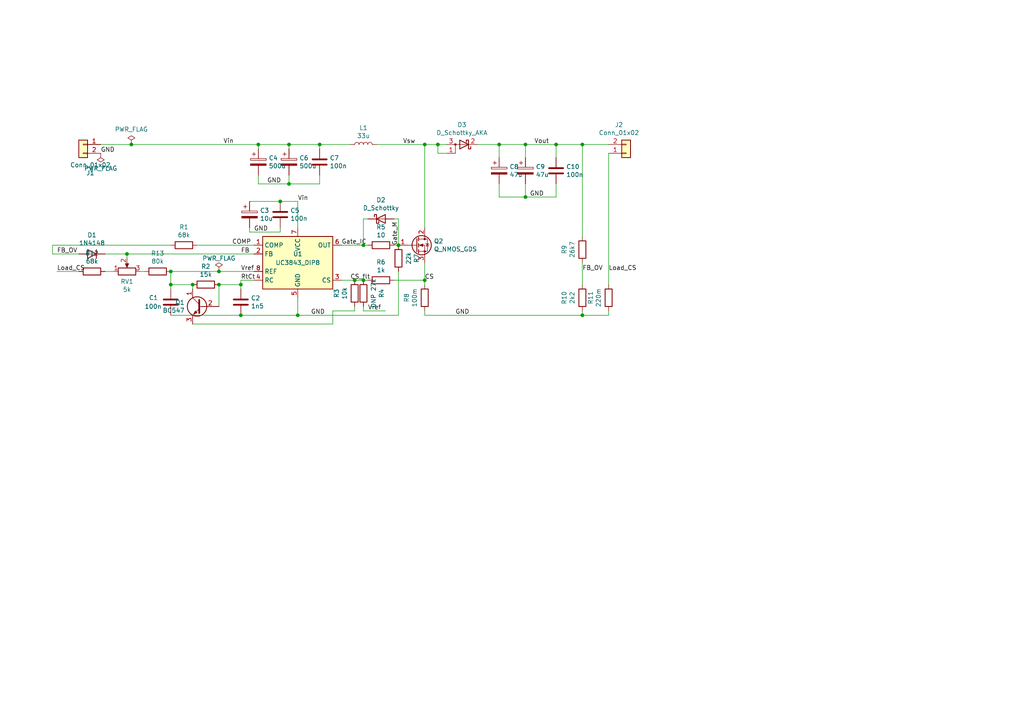
<source format=kicad_sch>
(kicad_sch (version 20211123) (generator eeschema)
  (paper "A4")
  (lib_symbols
    (symbol "Connector_Generic:Conn_01x02" (pin_names (offset 1.016) hide)
      (property "Reference" "J" (at 0 2.54 0))
      (property "Value" "Conn_01x02" (at 0 -5.08 0))
      (symbol "Conn_01x02_1_1"
        (rectangle (start -1.27 -2.413) (end 0 -2.667) (stroke (width 0.1524)))
        (rectangle (start -1.27 0.127) (end 0 -0.127) (stroke (width 0.1524)))
        (rectangle (start -1.27 1.27) (end 1.27 -3.81) (stroke (width 0.254)) (fill (type background)))
        (pin passive line (at -5.08 0 0) (length 3.81) (name "Pin_1") (number "1"))
        (pin passive line (at -5.08 -2.54 0) (length 3.81) (name "Pin_2") (number "2"))
      )
    )
    (symbol "Device:C" (pin_numbers hide) (pin_names (offset 0.254))
      (property "Reference" "C" (at 0.635 2.54 0))
      (property "Value" "C" (at 0.635 -2.54 0))
      (symbol "C_0_1"
        (polyline (pts (xy -2.032 -0.762) (xy 2.032 -0.762)) (stroke (width 0.508)))
        (polyline (pts (xy -2.032 0.762) (xy 2.032 0.762)) (stroke (width 0.508)))
      )
      (symbol "C_1_1"
        (pin passive line (at 0 3.81 270) (length 2.794) (name "~") (number "1"))
        (pin passive line (at 0 -3.81 90) (length 2.794) (name "~") (number "2"))
      )
    )
    (symbol "Device:D_Schottky" (pin_numbers hide) (pin_names (offset 1.016) hide)
      (property "Reference" "D" (at 0 2.54 0))
      (property "Value" "D_Schottky" (at 0 -2.54 0))
      (symbol "D_Schottky_0_1"
        (polyline (pts (xy 1.27 0) (xy -1.27 0)))
        (polyline (pts (xy 1.27 1.27) (xy 1.27 -1.27) (xy -1.27 0) (xy 1.27 1.27)) (stroke (width 0.254)))
        (polyline (pts (xy -1.905 0.635) (xy -1.905 1.27) (xy -1.27 1.27) (xy -1.27 -1.27) (xy -0.635 -1.27) (xy -0.635 -0.635)) (stroke (width 0.254)))
      )
      (symbol "D_Schottky_1_1"
        (pin passive line (at -3.81 0 0) (length 2.54) (name "K") (number "1"))
        (pin passive line (at 3.81 0 180) (length 2.54) (name "A") (number "2"))
      )
    )
    (symbol "Device:D_Schottky_AKA" (pin_names (offset 0) hide)
      (property "Reference" "D" (at 0 2.54 0))
      (property "Value" "D_Schottky_AKA" (at 0 -2.54 0))
      (symbol "D_Schottky_AKA_0_1"
        (polyline (pts (xy 1.27 1.27) (xy 1.27 -1.27) (xy -1.27 0) (xy 1.27 1.27)) (stroke (width 0.254)))
        (polyline (pts (xy 3.81 2.54) (xy 2.54 2.54) (xy 2.54 0) (xy -1.27 0)))
        (polyline (pts (xy -1.905 0.635) (xy -1.905 1.27) (xy -1.27 1.27) (xy -1.27 -1.27) (xy -0.635 -1.27) (xy -0.635 -0.635)) (stroke (width 0.254)))
        (circle (center 2.54 0) (radius 0.254) (fill (type outline)))
      )
      (symbol "D_Schottky_AKA_1_1"
        (pin input line (at 5.08 2.54 180) (length 2.54) (name "A") (number "1"))
        (pin passive line (at -3.81 0 0) (length 2.54) (name "K") (number "2"))
        (pin passive line (at 5.08 0 180) (length 2.54) (name "A") (number "3"))
      )
    )
    (symbol "Device:L" (pin_numbers hide) (pin_names (offset 1.016) hide)
      (property "Reference" "L" (at -1.27 0 90))
      (property "Value" "L" (at 1.905 0 90))
      (symbol "L_0_1"
        (arc (start 0 -2.54) (mid 0.635 -1.905) (end 0 -1.27))
        (arc (start 0 -1.27) (mid 0.635 -0.635) (end 0 0))
        (arc (start 0 0) (mid 0.635 0.635) (end 0 1.27))
        (arc (start 0 1.27) (mid 0.635 1.905) (end 0 2.54))
      )
      (symbol "L_1_1"
        (pin passive line (at 0 3.81 270) (length 1.27) (name "1") (number "1"))
        (pin passive line (at 0 -3.81 90) (length 1.27) (name "2") (number "2"))
      )
    )
    (symbol "Device:Q_NMOS_GDS" (pin_names (offset 0) hide)
      (property "Reference" "Q" (at 5.08 1.27 0))
      (property "Value" "Q_NMOS_GDS" (at 5.08 -1.27 0))
      (symbol "Q_NMOS_GDS_0_1"
        (polyline (pts (xy 0.254 0) (xy -2.54 0)))
        (polyline (pts (xy 0.254 1.905) (xy 0.254 -1.905)) (stroke (width 0.254)))
        (polyline (pts (xy 0.762 -1.27) (xy 0.762 -2.286)) (stroke (width 0.254)))
        (polyline (pts (xy 0.762 0.508) (xy 0.762 -0.508)) (stroke (width 0.254)))
        (polyline (pts (xy 0.762 2.286) (xy 0.762 1.27)) (stroke (width 0.254)))
        (polyline (pts (xy 2.54 2.54) (xy 2.54 1.778)))
        (polyline (pts (xy 2.54 -2.54) (xy 2.54 0) (xy 0.762 0)))
        (polyline (pts (xy 0.762 -1.778) (xy 3.302 -1.778) (xy 3.302 1.778) (xy 0.762 1.778)))
        (polyline (pts (xy 1.016 0) (xy 2.032 0.381) (xy 2.032 -0.381) (xy 1.016 0)) (fill (type outline)))
        (polyline (pts (xy 2.794 0.508) (xy 2.921 0.381) (xy 3.683 0.381) (xy 3.81 0.254)))
        (polyline (pts (xy 3.302 0.381) (xy 2.921 -0.254) (xy 3.683 -0.254) (xy 3.302 0.381)))
        (circle (center 1.651 0) (radius 2.794) (stroke (width 0.254)))
        (circle (center 2.54 -1.778) (radius 0.254) (fill (type outline)))
        (circle (center 2.54 1.778) (radius 0.254) (fill (type outline)))
      )
      (symbol "Q_NMOS_GDS_1_1"
        (pin input line (at -5.08 0 0) (length 2.54) (name "G") (number "1"))
        (pin passive line (at 2.54 5.08 270) (length 2.54) (name "D") (number "2"))
        (pin passive line (at 2.54 -5.08 90) (length 2.54) (name "S") (number "3"))
      )
    )
    (symbol "Device:R" (pin_numbers hide) (pin_names (offset 0))
      (property "Reference" "R" (at 2.032 0 90))
      (property "Value" "R" (at 0 0 90))
      (symbol "R_0_1"
        (rectangle (start -1.016 -2.54) (end 1.016 2.54) (stroke (width 0.254)))
      )
      (symbol "R_1_1"
        (pin passive line (at 0 3.81 270) (length 1.27) (name "~") (number "1"))
        (pin passive line (at 0 -3.81 90) (length 1.27) (name "~") (number "2"))
      )
    )
    (symbol "Diode:1N4148" (pin_numbers hide) (pin_names (offset 1.016) hide)
      (property "Reference" "D" (at 0 2.54 0))
      (property "Value" "1N4148" (at 0 -2.54 0))
      (symbol "1N4148_0_1"
        (polyline (pts (xy -1.27 1.27) (xy -1.27 -1.27)) (stroke (width 0.254)))
        (polyline (pts (xy 1.27 0) (xy -1.27 0)))
        (polyline (pts (xy 1.27 1.27) (xy 1.27 -1.27) (xy -1.27 0) (xy 1.27 1.27)) (stroke (width 0.254)))
      )
      (symbol "1N4148_1_1"
        (pin passive line (at -3.81 0 0) (length 2.54) (name "K") (number "1"))
        (pin passive line (at 3.81 0 180) (length 2.54) (name "A") (number "2"))
      )
    )
    (symbol "Transistor_BJT:BC547" (pin_names (offset 0) hide)
      (property "Reference" "Q" (at 5.08 1.905 0))
      (property "Value" "BC547" (at 5.08 0 0))
      (symbol "BC547_0_1"
        (polyline (pts (xy 0 0) (xy 0.635 0)))
        (polyline (pts (xy 0.635 0.635) (xy 2.54 2.54)))
        (polyline (pts (xy 0.635 -0.635) (xy 2.54 -2.54) (xy 2.54 -2.54)))
        (polyline (pts (xy 0.635 1.905) (xy 0.635 -1.905) (xy 0.635 -1.905)) (stroke (width 0.508)))
        (polyline (pts (xy 1.27 -1.778) (xy 1.778 -1.27) (xy 2.286 -2.286) (xy 1.27 -1.778) (xy 1.27 -1.778)) (fill (type outline)))
        (circle (center 1.27 0) (radius 2.8194) (stroke (width 0.254)))
      )
      (symbol "BC547_1_1"
        (pin passive line (at 2.54 5.08 270) (length 2.54) (name "C") (number "1"))
        (pin input line (at -5.08 0 0) (length 5.08) (name "B") (number "2"))
        (pin passive line (at 2.54 -5.08 90) (length 2.54) (name "E") (number "3"))
      )
    )
    (symbol "led_boost-rescue:CP-Device" (pin_numbers hide) (pin_names (offset 0.254))
      (property "Reference" "C" (at 0.635 2.54 0))
      (property "Value" "CP-Device" (at 0.635 -2.54 0))
      (symbol "CP-Device_0_1"
        (rectangle (start -2.286 0.508) (end 2.286 1.016))
        (polyline (pts (xy -1.778 2.286) (xy -0.762 2.286)))
        (polyline (pts (xy -1.27 2.794) (xy -1.27 1.778)))
        (rectangle (start 2.286 -0.508) (end -2.286 -1.016) (fill (type outline)))
      )
      (symbol "CP-Device_1_1"
        (pin passive line (at 0 3.81 270) (length 2.794) (name "~") (number "1"))
        (pin passive line (at 0 -3.81 90) (length 2.794) (name "~") (number "2"))
      )
    )
    (symbol "led_boost-rescue:R_POT-Device" (pin_names (offset 1.016) hide)
      (property "Reference" "RV" (at -4.445 0 90))
      (property "Value" "R_POT-Device" (at -2.54 0 90))
      (symbol "R_POT-Device_0_1"
        (polyline (pts (xy 2.54 0) (xy 1.524 0)))
        (polyline (pts (xy 1.143 0) (xy 2.286 0.508) (xy 2.286 -0.508) (xy 1.143 0)) (fill (type outline)))
        (rectangle (start 1.016 2.54) (end -1.016 -2.54) (stroke (width 0.254)))
      )
      (symbol "R_POT-Device_1_1"
        (pin passive line (at 0 3.81 270) (length 1.27) (name "1") (number "1"))
        (pin passive line (at 3.81 0 180) (length 1.27) (name "2") (number "2"))
        (pin passive line (at 0 -3.81 90) (length 1.27) (name "3") (number "3"))
      )
    )
    (symbol "led_boost-rescue:UC3843_DIP8-Regulator_Controller"
      (property "Reference" "U" (at 3.81 11.43 0))
      (property "Value" "UC3843_DIP8-Regulator_Controller" (at 3.81 8.89 0))
      (symbol "UC3843_DIP8-Regulator_Controller_0_1"
        (rectangle (start -10.16 -7.62) (end 10.16 7.62) (stroke (width 0.254)) (fill (type background)))
      )
      (symbol "UC3843_DIP8-Regulator_Controller_1_1"
        (pin passive line (at -12.7 5.08 0) (length 2.54) (name "COMP") (number "1"))
        (pin input line (at -12.7 2.54 0) (length 2.54) (name "FB") (number "2"))
        (pin input line (at 12.7 -5.08 180) (length 2.54) (name "CS") (number "3"))
        (pin passive line (at -12.7 -5.08 0) (length 2.54) (name "RC") (number "4"))
        (pin power_in line (at 0 -10.16 90) (length 2.54) (name "GND") (number "5"))
        (pin output line (at 12.7 5.08 180) (length 2.54) (name "OUT") (number "6"))
        (pin power_in line (at 0 10.16 270) (length 2.54) (name "VCC") (number "7"))
        (pin power_in line (at -12.7 -2.54 0) (length 2.54) (name "REF") (number "8"))
      )
    )
    (symbol "power:PWR_FLAG" (power) (pin_numbers hide) (pin_names (offset 0) hide)
      (property "Value" "PWR_FLAG" (at 0 3.81 0))
      (symbol "PWR_FLAG_0_0"
        (pin power_out line (at 0 0 90) (length 0) (name "pwr") (number "1"))
      )
      (symbol "PWR_FLAG_0_1"
        (polyline (pts (xy 0 0) (xy 0 1.27) (xy -1.016 1.905) (xy 0 2.54) (xy 1.016 1.905) (xy 0 1.27)))
      )
    )
  )
  (junction (at 69.85 91.44))
  (junction (at 105.41 71.12))
  (junction (at 49.53 78.74))
  (junction (at 83.82 41.91))
  (junction (at 105.41 81.28))
  (junction (at 127 41.91))
  (junction (at 123.19 41.91))
  (junction (at 161.29 41.91))
  (junction (at 168.91 91.44))
  (junction (at 83.82 53.34))
  (junction (at 168.91 41.91))
  (junction (at 81.28 58.42))
  (junction (at 55.88 82.55))
  (junction (at 86.36 91.44))
  (junction (at 63.5 82.55))
  (junction (at 63.5 78.74))
  (junction (at 69.85 82.55))
  (junction (at 38.1 41.91))
  (junction (at 123.19 81.28))
  (junction (at 74.93 41.91))
  (junction (at 102.87 81.28))
  (junction (at 144.78 41.91))
  (junction (at 92.71 41.91))
  (junction (at 152.4 57.15))
  (junction (at 36.83 73.66))
  (junction (at 152.4 41.91))
  (junction (at 115.57 71.12))
  (junction (at 49.53 82.55))
  (wire (pts (xy 36.83 74.93) (xy 36.83 73.66)))
  (wire (pts (xy 74.93 41.91) (xy 83.82 41.91)))
  (wire (pts (xy 73.66 78.74) (xy 63.5 78.74)))
  (wire (pts (xy 109.22 41.91) (xy 123.19 41.91)))
  (wire (pts (xy 69.85 82.55) (xy 69.85 81.28)))
  (wire (pts (xy 105.41 90.17) (xy 111.76 90.17)))
  (wire (pts (xy 105.41 71.12) (xy 105.41 63.5)))
  (wire (pts (xy 161.29 57.15) (xy 161.29 53.34)))
  (wire (pts (xy 92.71 41.91) (xy 101.6 41.91)))
  (wire (pts (xy 114.3 71.12) (xy 115.57 71.12)))
  (wire (pts (xy 15.24 73.66) (xy 15.24 71.12)))
  (wire (pts (xy 81.28 66.04) (xy 81.28 67.31)))
  (wire (pts (xy 83.82 43.18) (xy 83.82 41.91)))
  (wire (pts (xy 55.88 93.98) (xy 96.52 93.98)))
  (wire (pts (xy 86.36 91.44) (xy 115.57 91.44)))
  (wire (pts (xy 55.88 83.82) (xy 55.88 82.55)))
  (wire (pts (xy 49.53 82.55) (xy 49.53 83.82)))
  (wire (pts (xy 168.91 90.17) (xy 168.91 91.44)))
  (wire (pts (xy 115.57 78.74) (xy 115.57 91.44)))
  (wire (pts (xy 33.02 78.74) (xy 30.48 78.74)))
  (wire (pts (xy 83.82 41.91) (xy 92.71 41.91)))
  (wire (pts (xy 15.24 71.12) (xy 49.53 71.12)))
  (wire (pts (xy 105.41 81.28) (xy 106.68 81.28)))
  (wire (pts (xy 63.5 78.74) (xy 49.53 78.74)))
  (wire (pts (xy 30.48 73.66) (xy 36.83 73.66)))
  (wire (pts (xy 92.71 53.34) (xy 83.82 53.34)))
  (wire (pts (xy 63.5 88.9) (xy 63.5 82.55)))
  (wire (pts (xy 105.41 71.12) (xy 106.68 71.12)))
  (wire (pts (xy 168.91 41.91) (xy 176.53 41.91)))
  (wire (pts (xy 152.4 57.15) (xy 161.29 57.15)))
  (wire (pts (xy 81.28 67.31) (xy 72.39 67.31)))
  (wire (pts (xy 99.06 81.28) (xy 102.87 81.28)))
  (wire (pts (xy 22.86 78.74) (xy 16.51 78.74)))
  (wire (pts (xy 123.19 90.17) (xy 123.19 91.44)))
  (wire (pts (xy 123.19 91.44) (xy 168.91 91.44)))
  (wire (pts (xy 69.85 81.28) (xy 73.66 81.28)))
  (wire (pts (xy 144.78 53.34) (xy 144.78 57.15)))
  (wire (pts (xy 129.54 44.45) (xy 127 44.45)))
  (wire (pts (xy 40.64 78.74) (xy 41.91 78.74)))
  (wire (pts (xy 92.71 43.18) (xy 92.71 41.91)))
  (wire (pts (xy 69.85 82.55) (xy 69.85 83.82)))
  (wire (pts (xy 115.57 63.5) (xy 115.57 71.12)))
  (wire (pts (xy 72.39 58.42) (xy 81.28 58.42)))
  (wire (pts (xy 176.53 90.17) (xy 176.53 91.44)))
  (wire (pts (xy 74.93 43.18) (xy 74.93 41.91)))
  (wire (pts (xy 144.78 45.72) (xy 144.78 41.91)))
  (wire (pts (xy 72.39 66.04) (xy 72.39 67.31)))
  (wire (pts (xy 102.87 88.9) (xy 102.87 90.17)))
  (wire (pts (xy 92.71 50.8) (xy 92.71 53.34)))
  (wire (pts (xy 105.41 88.9) (xy 105.41 90.17)))
  (wire (pts (xy 123.19 41.91) (xy 127 41.91)))
  (wire (pts (xy 168.91 68.58) (xy 168.91 41.91)))
  (wire (pts (xy 123.19 81.28) (xy 114.3 81.28)))
  (wire (pts (xy 74.93 50.8) (xy 74.93 53.34)))
  (wire (pts (xy 29.21 41.91) (xy 38.1 41.91)))
  (wire (pts (xy 69.85 91.44) (xy 49.53 91.44)))
  (wire (pts (xy 176.53 44.45) (xy 176.53 82.55)))
  (wire (pts (xy 161.29 45.72) (xy 161.29 41.91)))
  (wire (pts (xy 127 41.91) (xy 129.54 41.91)))
  (wire (pts (xy 123.19 81.28) (xy 123.19 76.2)))
  (wire (pts (xy 105.41 63.5) (xy 106.68 63.5)))
  (wire (pts (xy 161.29 41.91) (xy 168.91 41.91)))
  (wire (pts (xy 123.19 82.55) (xy 123.19 81.28)))
  (wire (pts (xy 102.87 90.17) (xy 96.52 90.17)))
  (wire (pts (xy 49.53 78.74) (xy 49.53 82.55)))
  (wire (pts (xy 55.88 82.55) (xy 49.53 82.55)))
  (wire (pts (xy 63.5 82.55) (xy 69.85 82.55)))
  (wire (pts (xy 168.91 91.44) (xy 176.53 91.44)))
  (wire (pts (xy 152.4 45.72) (xy 152.4 41.91)))
  (wire (pts (xy 38.1 41.91) (xy 74.93 41.91)))
  (wire (pts (xy 152.4 53.34) (xy 152.4 57.15)))
  (wire (pts (xy 15.24 73.66) (xy 22.86 73.66)))
  (wire (pts (xy 168.91 76.2) (xy 168.91 82.55)))
  (wire (pts (xy 161.29 41.91) (xy 152.4 41.91)))
  (wire (pts (xy 123.19 41.91) (xy 123.19 66.04)))
  (wire (pts (xy 102.87 81.28) (xy 105.41 81.28)))
  (wire (pts (xy 152.4 41.91) (xy 144.78 41.91)))
  (wire (pts (xy 83.82 53.34) (xy 74.93 53.34)))
  (wire (pts (xy 114.3 63.5) (xy 115.57 63.5)))
  (wire (pts (xy 86.36 58.42) (xy 86.36 66.04)))
  (wire (pts (xy 86.36 91.44) (xy 86.36 86.36)))
  (wire (pts (xy 144.78 41.91) (xy 138.43 41.91)))
  (wire (pts (xy 127 44.45) (xy 127 41.91)))
  (wire (pts (xy 86.36 91.44) (xy 69.85 91.44)))
  (wire (pts (xy 144.78 57.15) (xy 152.4 57.15)))
  (wire (pts (xy 36.83 73.66) (xy 73.66 73.66)))
  (wire (pts (xy 81.28 58.42) (xy 86.36 58.42)))
  (wire (pts (xy 83.82 50.8) (xy 83.82 53.34)))
  (wire (pts (xy 99.06 71.12) (xy 105.41 71.12)))
  (wire (pts (xy 96.52 93.98) (xy 96.52 90.17)))
  (wire (pts (xy 73.66 71.12) (xy 57.15 71.12)))
  (label "GND" (at 132.08 91.44 0))
  (label "Vin" (at 86.36 58.42 0))
  (label "CS_flt" (at 101.6 81.28 0))
  (label "GND" (at 29.21 44.45 0))
  (label "FB_OV" (at 168.91 78.74 0))
  (label "GND" (at 73.66 67.31 0))
  (label "FB" (at 69.85 73.66 0))
  (label "Vref" (at 106.68 90.17 0))
  (label "Vin" (at 64.77 41.91 0))
  (label "CS" (at 123.19 81.28 0))
  (label "COMP" (at 67.31 71.12 0))
  (label "GND" (at 90.17 91.44 0))
  (label "Vref" (at 69.85 78.74 0))
  (label "GND" (at 77.47 53.34 0))
  (label "GND" (at 153.67 57.15 0))
  (label "Gate_M" (at 115.57 71.12 90))
  (label "Load_CS" (at 176.53 78.74 0))
  (label "RtCt" (at 69.85 81.28 0))
  (label "Gate_IC" (at 99.06 71.12 0))
  (label "Vsw" (at 116.84 41.91 0))
  (label "Load_CS" (at 16.51 78.74 0))
  (label "FB_OV" (at 16.51 73.66 0))
  (label "Vout" (at 154.94 41.91 0))
  (symbol (lib_id "led_boost-rescue:UC3843_DIP8-Regulator_Controller") (at 86.36 76.2 0) (unit 1)
    (property "Reference" "U1" (at 86.36 73.66 0))
    (property "Value" "UC3843_DIP8" (at 86.36 76.2 0))
    (property "Footprint" "Package_DIP:DIP-8_W7.62mm" (effects hide))
    (property "Datasheet" "http://www.ti.com/lit/ds/symlink/uc3842.pdf" (effects hide))
  )
  (symbol (lib_id "Connector_Generic:Conn_01x02") (at 24.13 41.91 0) (mirror y) (unit 1)
    (property "Reference" "J1" (at 26.2128 50.165 0))
    (property "Value" "Conn_01x02" (at 26.2128 47.8536 0))
    (property "Footprint" "Connector_TE-Connectivity:TE_826576-2_1x02_P3.96mm_Vertical" (effects hide))
  )
  (symbol (lib_id "Connector_Generic:Conn_01x02") (at 181.61 44.45 0) (mirror x) (unit 1)
    (property "Reference" "J2" (at 179.5272 36.195 0))
    (property "Value" "Conn_01x02" (at 179.5272 38.5064 0))
    (property "Footprint" "Connector_TE-Connectivity:TE_826576-2_1x02_P3.96mm_Vertical" (effects hide))
  )
  (symbol (lib_id "Device:D_Schottky_AKA") (at 134.62 41.91 180) (unit 1)
    (property "Reference" "D3" (at 133.985 36.195 0))
    (property "Value" "D_Schottky_AKA" (at 133.985 38.5064 0))
    (property "Footprint" "Package_TO_SOT_THT:TO-220-3_Vertical" (effects hide))
  )
  (symbol (lib_id "Device:Q_NMOS_GDS") (at 120.65 71.12 0) (unit 1)
    (property "Reference" "Q2" (at 125.8316 69.9516 0) (effects (justify left)))
    (property "Value" "Q_NMOS_GDS" (at 125.8316 72.263 0) (effects (justify left)))
    (property "Footprint" "Package_TO_SOT_THT:TO-220-3_Vertical" (effects hide))
  )
  (symbol (lib_id "Device:R") (at 110.49 71.12 270) (unit 1)
    (property "Reference" "R5" (at 110.49 65.8622 90))
    (property "Value" "10" (at 110.49 68.1736 90))
    (property "Footprint" "Resistor_THT:R_Axial_DIN0207_L6.3mm_D2.5mm_P10.16mm_Horizontal" (effects hide))
  )
  (symbol (lib_id "Device:R") (at 123.19 86.36 0) (unit 1)
    (property "Reference" "R8" (at 117.9322 86.36 90))
    (property "Value" "100m" (at 120.2436 86.36 90))
    (property "Footprint" "Resistor_SMD:R_Shunt_Vishay_WSR2_WSR3_KelvinConnection" (effects hide))
  )
  (symbol (lib_id "Device:R") (at 110.49 81.28 270) (unit 1)
    (property "Reference" "R6" (at 110.49 76.0222 90))
    (property "Value" "1k" (at 110.49 78.3336 90))
    (property "Footprint" "Resistor_THT:R_Axial_DIN0207_L6.3mm_D2.5mm_P10.16mm_Horizontal" (effects hide))
  )
  (symbol (lib_id "Device:L") (at 105.41 41.91 90) (unit 1)
    (property "Reference" "L1" (at 105.41 37.084 90))
    (property "Value" "33u" (at 105.41 39.3954 90))
    (property "Footprint" "Inductor_THT:L_Radial_D12.5mm_P7.00mm_Fastron_09HCP" (effects hide))
  )
  (symbol (lib_id "led_boost-rescue:CP-Device") (at 83.82 46.99 0) (unit 1)
    (property "Reference" "C6" (at 86.8172 45.8216 0) (effects (justify left)))
    (property "Value" "500u" (at 86.8172 48.133 0) (effects (justify left)))
    (property "Footprint" "Capacitor_THT:CP_Radial_D13.0mm_P7.50mm" (effects hide))
  )
  (symbol (lib_id "led_boost-rescue:CP-Device") (at 74.93 46.99 0) (unit 1)
    (property "Reference" "C4" (at 77.9272 45.8216 0) (effects (justify left)))
    (property "Value" "500u" (at 77.9272 48.133 0) (effects (justify left)))
    (property "Footprint" "Capacitor_THT:CP_Radial_D13.0mm_P7.50mm" (effects hide))
  )
  (symbol (lib_id "led_boost-rescue:CP-Device") (at 72.39 62.23 0) (unit 1)
    (property "Reference" "C3" (at 75.3872 61.0616 0) (effects (justify left)))
    (property "Value" "10u" (at 75.3872 63.373 0) (effects (justify left)))
    (property "Footprint" "Capacitor_THT:CP_Radial_D10.0mm_P5.00mm" (effects hide))
  )
  (symbol (lib_id "led_boost-rescue:CP-Device") (at 144.78 49.53 0) (unit 1)
    (property "Reference" "C8" (at 147.7772 48.3616 0) (effects (justify left)))
    (property "Value" "47u" (at 147.7772 50.673 0) (effects (justify left)))
    (property "Footprint" "Capacitor_THT:CP_Radial_D10.0mm_P5.00mm" (effects hide))
  )
  (symbol (lib_id "led_boost-rescue:CP-Device") (at 152.4 49.53 0) (unit 1)
    (property "Reference" "C9" (at 155.3972 48.3616 0) (effects (justify left)))
    (property "Value" "47u" (at 155.3972 50.673 0) (effects (justify left)))
    (property "Footprint" "Capacitor_THT:CP_Radial_D10.0mm_P5.00mm" (effects hide))
  )
  (symbol (lib_id "Device:C") (at 81.28 62.23 0) (unit 1)
    (property "Reference" "C5" (at 84.201 61.0616 0) (effects (justify left)))
    (property "Value" "100n" (at 84.201 63.373 0) (effects (justify left)))
    (property "Footprint" "Capacitor_THT:C_Disc_D5.0mm_W2.5mm_P5.00mm" (effects hide))
  )
  (symbol (lib_id "Device:C") (at 92.71 46.99 0) (unit 1)
    (property "Reference" "C7" (at 95.631 45.8216 0) (effects (justify left)))
    (property "Value" "100n" (at 95.631 48.133 0) (effects (justify left)))
    (property "Footprint" "Capacitor_THT:C_Disc_D5.0mm_W2.5mm_P5.00mm" (effects hide))
  )
  (symbol (lib_id "Device:C") (at 161.29 49.53 0) (unit 1)
    (property "Reference" "C10" (at 164.211 48.3616 0) (effects (justify left)))
    (property "Value" "100n" (at 164.211 50.673 0) (effects (justify left)))
    (property "Footprint" "Capacitor_THT:C_Disc_D5.0mm_W2.5mm_P5.00mm" (effects hide))
  )
  (symbol (lib_id "Device:C") (at 49.53 87.63 0) (unit 1)
    (property "Reference" "C1" (at 43.18 86.36 0) (effects (justify left)))
    (property "Value" "100n" (at 41.91 88.9 0) (effects (justify left)))
    (property "Footprint" "Capacitor_THT:C_Disc_D5.0mm_W2.5mm_P5.00mm" (effects hide))
  )
  (symbol (lib_id "Device:C") (at 69.85 87.63 0) (unit 1)
    (property "Reference" "C2" (at 72.771 86.4616 0) (effects (justify left)))
    (property "Value" "1n5" (at 72.771 88.773 0) (effects (justify left)))
    (property "Footprint" "Capacitor_THT:C_Disc_D5.0mm_W2.5mm_P5.00mm" (effects hide))
  )
  (symbol (lib_id "Device:R") (at 59.69 82.55 270) (unit 1)
    (property "Reference" "R2" (at 59.69 77.2922 90))
    (property "Value" "15k" (at 59.69 79.6036 90))
    (property "Footprint" "Resistor_THT:R_Axial_DIN0207_L6.3mm_D2.5mm_P10.16mm_Horizontal" (effects hide))
  )
  (symbol (lib_id "Device:R") (at 53.34 71.12 270) (unit 1)
    (property "Reference" "R1" (at 53.34 65.8622 90))
    (property "Value" "68k" (at 53.34 68.1736 90))
    (property "Footprint" "Resistor_THT:R_Axial_DIN0207_L6.3mm_D2.5mm_P10.16mm_Horizontal" (effects hide))
  )
  (symbol (lib_id "Diode:1N4148") (at 26.67 73.66 180) (unit 1)
    (property "Reference" "D1" (at 26.67 68.1736 0))
    (property "Value" "1N4148" (at 26.67 70.485 0))
    (property "Footprint" "Diode_THT:D_DO-35_SOD27_P7.62mm_Horizontal" (effects hide))
    (property "Datasheet" "https://assets.nexperia.com/documents/data-sheet/1N4148_1N4448.pdf" (effects hide))
  )
  (symbol (lib_id "led_boost-rescue:R_POT-Device") (at 36.83 78.74 90) (unit 1)
    (property "Reference" "RV1" (at 36.83 81.661 90))
    (property "Value" "5k" (at 36.83 83.9724 90))
    (property "Footprint" "Potentiometer_THT:Potentiometer_Bourns_3296X_Horizontal" (effects hide))
  )
  (symbol (lib_id "Device:R") (at 176.53 86.36 0) (unit 1)
    (property "Reference" "R11" (at 171.2722 86.36 90))
    (property "Value" "220m" (at 173.5836 86.36 90))
    (property "Footprint" "Resistor_THT:R_Radial_Power_L7.0mm_W8.0mm_Px2.40mm_Py2.30mm" (effects hide))
  )
  (symbol (lib_id "Device:R") (at 168.91 86.36 0) (unit 1)
    (property "Reference" "R10" (at 163.6522 86.36 90))
    (property "Value" "2k2" (at 165.9636 86.36 90))
    (property "Footprint" "Resistor_THT:R_Axial_DIN0207_L6.3mm_D2.5mm_P10.16mm_Horizontal" (effects hide))
  )
  (symbol (lib_id "Device:R") (at 168.91 72.39 0) (unit 1)
    (property "Reference" "R9" (at 163.6522 72.39 90))
    (property "Value" "26k7" (at 165.9636 72.39 90))
    (property "Footprint" "Resistor_THT:R_Axial_DIN0207_L6.3mm_D2.5mm_P10.16mm_Horizontal" (effects hide))
  )
  (symbol (lib_id "Device:D_Schottky") (at 110.49 63.5 0) (unit 1)
    (property "Reference" "D2" (at 110.49 58.0136 0))
    (property "Value" "D_Schottky" (at 110.49 60.325 0))
    (property "Footprint" "Diode_THT:D_DO-15_P12.70mm_Horizontal" (effects hide))
  )
  (symbol (lib_id "Device:R") (at 115.57 74.93 180) (unit 1)
    (property "Reference" "R7" (at 120.8278 74.93 90))
    (property "Value" "22k" (at 118.5164 74.93 90))
    (property "Footprint" "Resistor_THT:R_Axial_DIN0207_L6.3mm_D2.5mm_P10.16mm_Horizontal" (effects hide))
  )
  (symbol (lib_id "Device:R") (at 105.41 85.09 180) (unit 1)
    (property "Reference" "R4" (at 110.6678 85.09 90))
    (property "Value" "DNP 27k" (at 108.3564 85.09 90))
    (property "Footprint" "Resistor_THT:R_Axial_DIN0207_L6.3mm_D2.5mm_P10.16mm_Horizontal" (effects hide))
  )
  (symbol (lib_id "Device:R") (at 102.87 85.09 0) (unit 1)
    (property "Reference" "R3" (at 97.6122 85.09 90))
    (property "Value" "10k" (at 99.9236 85.09 90))
    (property "Footprint" "Resistor_THT:R_Axial_DIN0207_L6.3mm_D2.5mm_P10.16mm_Horizontal" (effects hide))
  )
  (symbol (lib_id "Device:R") (at 26.67 78.74 270) (unit 1)
    (property "Reference" "R12" (at 26.67 73.4822 90))
    (property "Value" "68k" (at 26.67 75.7936 90))
    (property "Footprint" "Resistor_THT:R_Axial_DIN0207_L6.3mm_D2.5mm_P10.16mm_Horizontal" (effects hide))
  )
  (symbol (lib_id "Transistor_BJT:BC547") (at 58.42 88.9 0) (mirror y) (unit 1)
    (property "Reference" "Q1" (at 53.5686 87.7316 0) (effects (justify left)))
    (property "Value" "BC547" (at 53.5686 90.043 0) (effects (justify left)))
    (property "Footprint" "Package_TO_SOT_THT:TO-92_Inline" (effects hide))
    (property "Datasheet" "http://www.fairchildsemi.com/ds/BC/BC547.pdf" (effects hide))
  )
  (symbol (lib_id "Device:R") (at 45.72 78.74 270) (unit 1)
    (property "Reference" "R13" (at 45.72 73.4822 90))
    (property "Value" "80k" (at 45.72 75.7936 90))
    (property "Footprint" "Resistor_THT:R_Axial_DIN0207_L6.3mm_D2.5mm_P10.16mm_Horizontal" (effects hide))
  )
  (symbol (lib_id "power:PWR_FLAG") (at 38.1 41.91 0) (unit 1)
    (property "Reference" "#FLG0101" (effects hide))
    (property "Value" "PWR_FLAG" (at 38.1 37.5158 0))
  )
  (symbol (lib_id "power:PWR_FLAG") (at 29.21 44.45 180) (unit 1)
    (property "Reference" "#FLG0102" (effects hide))
    (property "Value" "PWR_FLAG" (at 29.21 48.8442 0))
  )
  (symbol (lib_id "power:PWR_FLAG") (at 63.5 78.74 0) (unit 1)
    (property "Reference" "#FLG0103" (effects hide))
    (property "Value" "PWR_FLAG" (at 63.5 74.93 0))
  )
)
</source>
